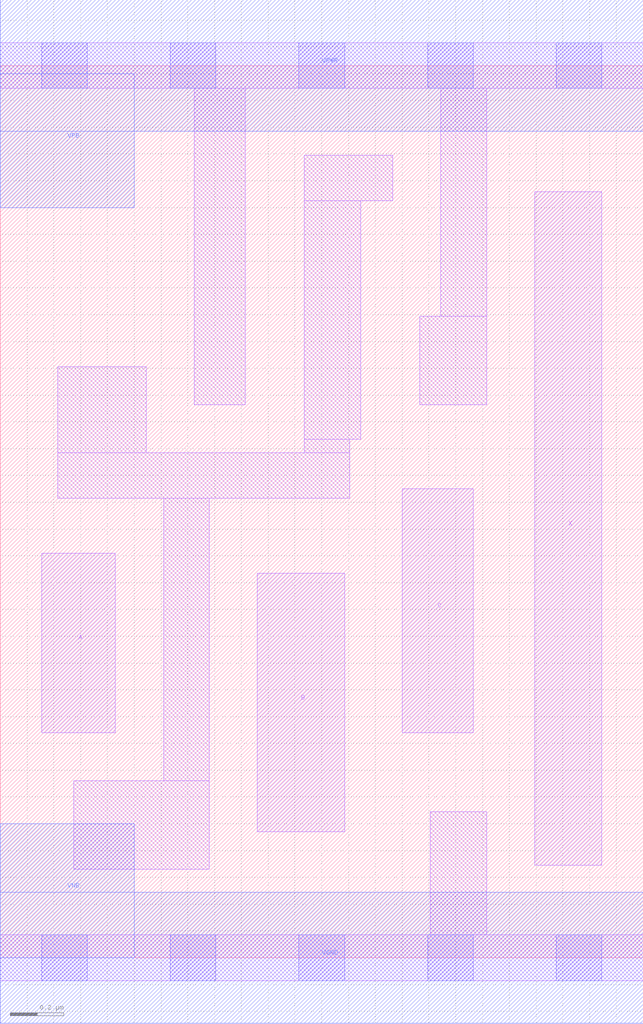
<source format=lef>
# Copyright 2020 The SkyWater PDK Authors
#
# Licensed under the Apache License, Version 2.0 (the "License");
# you may not use this file except in compliance with the License.
# You may obtain a copy of the License at
#
#     https://www.apache.org/licenses/LICENSE-2.0
#
# Unless required by applicable law or agreed to in writing, software
# distributed under the License is distributed on an "AS IS" BASIS,
# WITHOUT WARRANTIES OR CONDITIONS OF ANY KIND, either express or implied.
# See the License for the specific language governing permissions and
# limitations under the License.
#
# SPDX-License-Identifier: Apache-2.0

VERSION 5.5 ;
NAMESCASESENSITIVE ON ;
BUSBITCHARS "[]" ;
DIVIDERCHAR "/" ;
MACRO sky130_fd_sc_lp__and3_m
  CLASS CORE ;
  SOURCE USER ;
  ORIGIN  0.000000  0.000000 ;
  SIZE  2.400000 BY  3.330000 ;
  SYMMETRY X Y R90 ;
  SITE unit ;
  PIN A
    ANTENNAGATEAREA  0.126000 ;
    DIRECTION INPUT ;
    USE SIGNAL ;
    PORT
      LAYER li1 ;
        RECT 0.155000 0.840000 0.430000 1.510000 ;
    END
  END A
  PIN B
    ANTENNAGATEAREA  0.126000 ;
    DIRECTION INPUT ;
    USE SIGNAL ;
    PORT
      LAYER li1 ;
        RECT 0.960000 0.470000 1.285000 1.435000 ;
    END
  END B
  PIN C
    ANTENNAGATEAREA  0.126000 ;
    DIRECTION INPUT ;
    USE SIGNAL ;
    PORT
      LAYER li1 ;
        RECT 1.500000 0.840000 1.765000 1.750000 ;
    END
  END C
  PIN X
    ANTENNADIFFAREA  0.222600 ;
    DIRECTION OUTPUT ;
    USE SIGNAL ;
    PORT
      LAYER li1 ;
        RECT 1.995000 0.345000 2.245000 2.860000 ;
    END
  END X
  PIN VGND
    DIRECTION INOUT ;
    USE GROUND ;
    PORT
      LAYER met1 ;
        RECT 0.000000 -0.245000 2.400000 0.245000 ;
    END
  END VGND
  PIN VNB
    DIRECTION INOUT ;
    USE GROUND ;
    PORT
    END
  END VNB
  PIN VPB
    DIRECTION INOUT ;
    USE POWER ;
    PORT
    END
  END VPB
  PIN VNB
    DIRECTION INOUT ;
    USE GROUND ;
    PORT
      LAYER met1 ;
        RECT 0.000000 0.000000 0.500000 0.500000 ;
    END
  END VNB
  PIN VPB
    DIRECTION INOUT ;
    USE POWER ;
    PORT
      LAYER met1 ;
        RECT 0.000000 2.800000 0.500000 3.300000 ;
    END
  END VPB
  PIN VPWR
    DIRECTION INOUT ;
    USE POWER ;
    PORT
      LAYER met1 ;
        RECT 0.000000 3.085000 2.400000 3.575000 ;
    END
  END VPWR
  OBS
    LAYER li1 ;
      RECT 0.000000 -0.085000 2.400000 0.085000 ;
      RECT 0.000000  3.245000 2.400000 3.415000 ;
      RECT 0.215000  1.715000 1.305000 1.885000 ;
      RECT 0.215000  1.885000 0.545000 2.205000 ;
      RECT 0.275000  0.330000 0.780000 0.660000 ;
      RECT 0.610000  0.660000 0.780000 1.715000 ;
      RECT 0.725000  2.065000 0.915000 3.245000 ;
      RECT 1.135000  1.885000 1.305000 1.935000 ;
      RECT 1.135000  1.935000 1.345000 2.825000 ;
      RECT 1.135000  2.825000 1.465000 2.995000 ;
      RECT 1.565000  2.065000 1.815000 2.395000 ;
      RECT 1.605000  0.085000 1.815000 0.545000 ;
      RECT 1.645000  2.395000 1.815000 3.245000 ;
    LAYER mcon ;
      RECT 0.155000 -0.085000 0.325000 0.085000 ;
      RECT 0.155000  3.245000 0.325000 3.415000 ;
      RECT 0.635000 -0.085000 0.805000 0.085000 ;
      RECT 0.635000  3.245000 0.805000 3.415000 ;
      RECT 1.115000 -0.085000 1.285000 0.085000 ;
      RECT 1.115000  3.245000 1.285000 3.415000 ;
      RECT 1.595000 -0.085000 1.765000 0.085000 ;
      RECT 1.595000  3.245000 1.765000 3.415000 ;
      RECT 2.075000 -0.085000 2.245000 0.085000 ;
      RECT 2.075000  3.245000 2.245000 3.415000 ;
  END
END sky130_fd_sc_lp__and3_m
END LIBRARY

</source>
